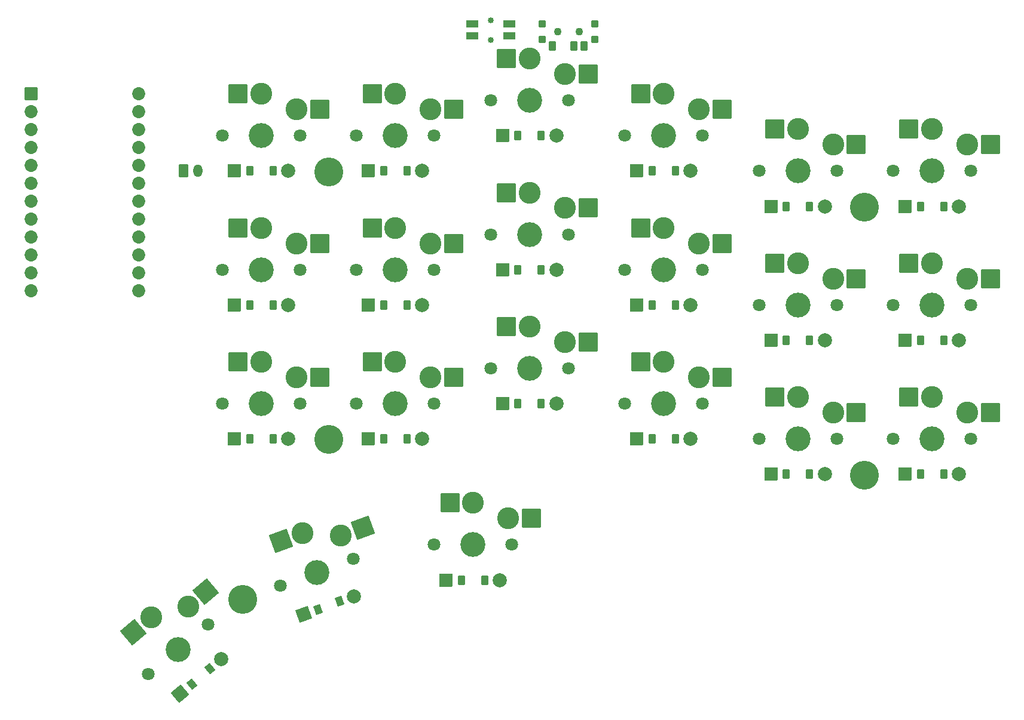
<source format=gbr>
%TF.GenerationSoftware,KiCad,Pcbnew,9.0.3*%
%TF.CreationDate,2025-09-27T17:44:53-06:00*%
%TF.ProjectId,right_connected,72696768-745f-4636-9f6e-6e6563746564,v1.0.0*%
%TF.SameCoordinates,Original*%
%TF.FileFunction,Soldermask,Bot*%
%TF.FilePolarity,Negative*%
%FSLAX46Y46*%
G04 Gerber Fmt 4.6, Leading zero omitted, Abs format (unit mm)*
G04 Created by KiCad (PCBNEW 9.0.3) date 2025-09-27 17:44:53*
%MOMM*%
%LPD*%
G01*
G04 APERTURE LIST*
G04 Aperture macros list*
%AMRoundRect*
0 Rectangle with rounded corners*
0 $1 Rounding radius*
0 $2 $3 $4 $5 $6 $7 $8 $9 X,Y pos of 4 corners*
0 Add a 4 corners polygon primitive as box body*
4,1,4,$2,$3,$4,$5,$6,$7,$8,$9,$2,$3,0*
0 Add four circle primitives for the rounded corners*
1,1,$1+$1,$2,$3*
1,1,$1+$1,$4,$5*
1,1,$1+$1,$6,$7*
1,1,$1+$1,$8,$9*
0 Add four rect primitives between the rounded corners*
20,1,$1+$1,$2,$3,$4,$5,0*
20,1,$1+$1,$4,$5,$6,$7,0*
20,1,$1+$1,$6,$7,$8,$9,0*
20,1,$1+$1,$8,$9,$2,$3,0*%
G04 Aperture macros list end*
%ADD10RoundRect,0.050000X-0.450000X-0.450000X0.450000X-0.450000X0.450000X0.450000X-0.450000X0.450000X0*%
%ADD11C,1.100000*%
%ADD12RoundRect,0.050000X-0.450000X-0.625000X0.450000X-0.625000X0.450000X0.625000X-0.450000X0.625000X0*%
%ADD13C,1.801800*%
%ADD14C,3.100000*%
%ADD15C,3.529000*%
%ADD16RoundRect,0.050000X-1.300000X-1.300000X1.300000X-1.300000X1.300000X1.300000X-1.300000X1.300000X0*%
%ADD17RoundRect,0.050000X-0.889000X-0.889000X0.889000X-0.889000X0.889000X0.889000X-0.889000X0.889000X0*%
%ADD18RoundRect,0.050000X-0.450000X-0.600000X0.450000X-0.600000X0.450000X0.600000X-0.450000X0.600000X0*%
%ADD19C,2.005000*%
%ADD20C,4.100000*%
%ADD21RoundRect,0.050000X-0.776974X-1.666227X1.666227X-0.776974X0.776974X1.666227X-1.666227X0.776974X0*%
%ADD22C,0.850000*%
%ADD23RoundRect,0.050000X-0.775000X-0.500000X0.775000X-0.500000X0.775000X0.500000X-0.775000X0.500000X0*%
%ADD24RoundRect,0.050000X-0.600000X-0.850000X0.600000X-0.850000X0.600000X0.850000X-0.600000X0.850000X0*%
%ADD25O,1.300000X1.800000*%
%ADD26RoundRect,0.050000X-0.531331X-1.139443X1.139443X-0.531331X0.531331X1.139443X-1.139443X0.531331X0*%
%ADD27RoundRect,0.050000X-0.217650X-0.717725X0.628074X-0.409907X0.217650X0.717725X-0.628074X0.409907X0*%
%ADD28RoundRect,0.050000X-0.109575X-1.252452X1.252452X-0.109575X0.109575X1.252452X-1.252452X0.109575X0*%
%ADD29RoundRect,0.050000X0.040953X-0.748881X0.730393X-0.170372X-0.040953X0.748881X-0.730393X0.170372X0*%
%ADD30RoundRect,0.050000X-0.876300X0.876300X-0.876300X-0.876300X0.876300X-0.876300X0.876300X0.876300X0*%
%ADD31C,1.852600*%
%ADD32RoundRect,0.050000X-0.160234X-1.831482X1.831482X-0.160234X0.160234X1.831482X-1.831482X0.160234X0*%
G04 APERTURE END LIST*
D10*
%TO.C,T1*%
X314800000Y-41100000D03*
X314800000Y-43300000D03*
D11*
X317000000Y-42200000D03*
X320000000Y-42200000D03*
D10*
X322200000Y-41100000D03*
X322200000Y-43300000D03*
D12*
X316250000Y-44275000D03*
X319250000Y-44275000D03*
X320750000Y-44275000D03*
%TD*%
D13*
%TO.C,S19*%
X299500000Y-115000000D03*
D14*
X305000000Y-109050000D03*
D15*
X305000000Y-115000000D03*
D14*
X310000000Y-111250000D03*
D13*
X310500000Y-115000000D03*
D16*
X301725000Y-109050000D03*
X313275000Y-111250000D03*
%TD*%
D13*
%TO.C,S18*%
X269500000Y-57000000D03*
D14*
X275000000Y-51050000D03*
D15*
X275000000Y-57000000D03*
D14*
X280000000Y-53250000D03*
D13*
X280500000Y-57000000D03*
D16*
X271725000Y-51050000D03*
X283275000Y-53250000D03*
%TD*%
D17*
%TO.C,D14*%
X290190000Y-81000000D03*
D18*
X292350000Y-81000000D03*
X295650000Y-81000000D03*
D19*
X297810000Y-81000000D03*
%TD*%
D13*
%TO.C,S5*%
X345500000Y-81000000D03*
D14*
X351000000Y-75050000D03*
D15*
X351000000Y-81000000D03*
D14*
X356000000Y-77250000D03*
D13*
X356500000Y-81000000D03*
D16*
X347725000Y-75050000D03*
X359275000Y-77250000D03*
%TD*%
D20*
%TO.C,*%
X360460000Y-67100000D03*
%TD*%
D13*
%TO.C,S4*%
X345500000Y-100000000D03*
D14*
X351000000Y-94050000D03*
D15*
X351000000Y-100000000D03*
D14*
X356000000Y-96250000D03*
D13*
X356500000Y-100000000D03*
D16*
X347725000Y-94050000D03*
X359275000Y-96250000D03*
%TD*%
D13*
%TO.C,S15*%
X288500000Y-57000000D03*
D14*
X294000000Y-51050000D03*
D15*
X294000000Y-57000000D03*
D14*
X299000000Y-53250000D03*
D13*
X299500000Y-57000000D03*
D16*
X290725000Y-51050000D03*
X302275000Y-53250000D03*
%TD*%
D17*
%TO.C,D1*%
X366190000Y-105000000D03*
D18*
X368350000Y-105000000D03*
X371650000Y-105000000D03*
D19*
X373810000Y-105000000D03*
%TD*%
D17*
%TO.C,D9*%
X328190000Y-62000000D03*
D18*
X330350000Y-62000000D03*
X333650000Y-62000000D03*
D19*
X335810000Y-62000000D03*
%TD*%
D13*
%TO.C,S20*%
X277698604Y-120783772D03*
D14*
X280831893Y-113311490D03*
D15*
X282866913Y-118902661D03*
D14*
X286282801Y-113668713D03*
D13*
X288035222Y-117021550D03*
D21*
X277754400Y-114431606D03*
X289360294Y-112548597D03*
%TD*%
D17*
%TO.C,D3*%
X366190000Y-67000000D03*
D18*
X368350000Y-67000000D03*
X371650000Y-67000000D03*
D19*
X373810000Y-67000000D03*
%TD*%
D17*
%TO.C,D15*%
X290190000Y-62000000D03*
D18*
X292350000Y-62000000D03*
X295650000Y-62000000D03*
D19*
X297810000Y-62000000D03*
%TD*%
D17*
%TO.C,D6*%
X347190000Y-67000000D03*
D18*
X349350000Y-67000000D03*
X352650000Y-67000000D03*
D19*
X354810000Y-67000000D03*
%TD*%
D13*
%TO.C,S13*%
X288500000Y-95000000D03*
D14*
X294000000Y-89050000D03*
D15*
X294000000Y-95000000D03*
D14*
X299000000Y-91250000D03*
D13*
X299500000Y-95000000D03*
D16*
X290725000Y-89050000D03*
X302275000Y-91250000D03*
%TD*%
D20*
%TO.C,*%
X284540000Y-62100000D03*
%TD*%
D17*
%TO.C,D7*%
X328190000Y-100000000D03*
D18*
X330350000Y-100000000D03*
X333650000Y-100000000D03*
D19*
X335810000Y-100000000D03*
%TD*%
D17*
%TO.C,D17*%
X271190000Y-81000000D03*
D18*
X273350000Y-81000000D03*
X276650000Y-81000000D03*
D19*
X278810000Y-81000000D03*
%TD*%
D13*
%TO.C,S10*%
X307500000Y-90000000D03*
D14*
X313000000Y-84050000D03*
D15*
X313000000Y-90000000D03*
D14*
X318000000Y-86250000D03*
D13*
X318500000Y-90000000D03*
D16*
X309725000Y-84050000D03*
X321275000Y-86250000D03*
%TD*%
D22*
%TO.C,B1*%
X307500000Y-40625000D03*
X307500000Y-43375000D03*
D23*
X304875000Y-41150000D03*
X310125000Y-41150000D03*
X304875000Y-42850000D03*
X310125000Y-42850000D03*
%TD*%
D17*
%TO.C,D11*%
X309190000Y-76000000D03*
D18*
X311350000Y-76000000D03*
X314650000Y-76000000D03*
D19*
X316810000Y-76000000D03*
%TD*%
D17*
%TO.C,D18*%
X271190000Y-62000000D03*
D18*
X273350000Y-62000000D03*
X276650000Y-62000000D03*
D19*
X278810000Y-62000000D03*
%TD*%
D24*
%TO.C,JST1*%
X264000000Y-62000000D03*
D25*
X266000000Y-62000000D03*
%TD*%
D17*
%TO.C,D2*%
X366190000Y-86000000D03*
D18*
X368350000Y-86000000D03*
X371650000Y-86000000D03*
D19*
X373810000Y-86000000D03*
%TD*%
D13*
%TO.C,S3*%
X364500000Y-62000000D03*
D14*
X370000000Y-56050000D03*
D15*
X370000000Y-62000000D03*
D14*
X375000000Y-58250000D03*
D13*
X375500000Y-62000000D03*
D16*
X366725000Y-56050000D03*
X378275000Y-58250000D03*
%TD*%
D26*
%TO.C,D20*%
X280996784Y-124904221D03*
D27*
X283026520Y-124165457D03*
X286127506Y-123036791D03*
D19*
X288157242Y-122298027D03*
%TD*%
D17*
%TO.C,D4*%
X347190000Y-105000000D03*
D18*
X349350000Y-105000000D03*
X352650000Y-105000000D03*
D19*
X354810000Y-105000000D03*
%TD*%
D13*
%TO.C,S7*%
X326500000Y-95000000D03*
D14*
X332000000Y-89050000D03*
D15*
X332000000Y-95000000D03*
D14*
X337000000Y-91250000D03*
D13*
X337500000Y-95000000D03*
D16*
X328725000Y-89050000D03*
X340275000Y-91250000D03*
%TD*%
D17*
%TO.C,D5*%
X347190000Y-86000000D03*
D18*
X349350000Y-86000000D03*
X352650000Y-86000000D03*
D19*
X354810000Y-86000000D03*
%TD*%
D13*
%TO.C,S6*%
X345500000Y-62000000D03*
D14*
X351000000Y-56050000D03*
D15*
X351000000Y-62000000D03*
D14*
X356000000Y-58250000D03*
D13*
X356500000Y-62000000D03*
D16*
X347725000Y-56050000D03*
X359275000Y-58250000D03*
%TD*%
D20*
%TO.C,*%
X360460000Y-105100000D03*
%TD*%
D17*
%TO.C,D8*%
X328190000Y-81000000D03*
D18*
X330350000Y-81000000D03*
X333650000Y-81000000D03*
D19*
X335810000Y-81000000D03*
%TD*%
D28*
%TO.C,D21*%
X263525063Y-136118399D03*
D29*
X265179719Y-134729978D03*
X267707665Y-132608778D03*
D19*
X269362321Y-131220357D03*
%TD*%
D20*
%TO.C,*%
X272379943Y-122719605D03*
%TD*%
D17*
%TO.C,D10*%
X309190000Y-95000000D03*
D18*
X311350000Y-95000000D03*
X314650000Y-95000000D03*
D19*
X316810000Y-95000000D03*
%TD*%
D30*
%TO.C,MCU1*%
X242380000Y-51030000D03*
D31*
X242380000Y-53570000D03*
X242380000Y-56110000D03*
X242380000Y-58650000D03*
X242380000Y-61190000D03*
X242380000Y-63730000D03*
X242380000Y-66270000D03*
X242380000Y-68810000D03*
X242380000Y-71350000D03*
X242380000Y-73890000D03*
X242380000Y-76430000D03*
X242380000Y-78970000D03*
X257620000Y-51030000D03*
X257620000Y-53570000D03*
X257620000Y-56110000D03*
X257620000Y-58650000D03*
X257620000Y-61190000D03*
X257620000Y-63730000D03*
X257620000Y-66270000D03*
X257620000Y-68810000D03*
X257620000Y-71350000D03*
X257620000Y-73890000D03*
X257620000Y-76430000D03*
X257620000Y-78970000D03*
%TD*%
D13*
%TO.C,S2*%
X364500000Y-81000000D03*
D14*
X370000000Y-75050000D03*
D15*
X370000000Y-81000000D03*
D14*
X375000000Y-77250000D03*
D13*
X375500000Y-81000000D03*
D16*
X366725000Y-75050000D03*
X378275000Y-77250000D03*
%TD*%
D20*
%TO.C,*%
X284540000Y-100100000D03*
%TD*%
D13*
%TO.C,S14*%
X288500000Y-76000000D03*
D14*
X294000000Y-70050000D03*
D15*
X294000000Y-76000000D03*
D14*
X299000000Y-72250000D03*
D13*
X299500000Y-76000000D03*
D16*
X290725000Y-70050000D03*
X302275000Y-72250000D03*
%TD*%
D13*
%TO.C,S1*%
X364500000Y-100000000D03*
D14*
X370000000Y-94050000D03*
D15*
X370000000Y-100000000D03*
D14*
X375000000Y-96250000D03*
D13*
X375500000Y-100000000D03*
D16*
X366725000Y-94050000D03*
X378275000Y-96250000D03*
%TD*%
D13*
%TO.C,S12*%
X307500000Y-52000000D03*
D14*
X313000000Y-46050000D03*
D15*
X313000000Y-52000000D03*
D14*
X318000000Y-48250000D03*
D13*
X318500000Y-52000000D03*
D16*
X309725000Y-46050000D03*
X321275000Y-48250000D03*
%TD*%
D13*
%TO.C,S9*%
X326500000Y-57000000D03*
D14*
X332000000Y-51050000D03*
D15*
X332000000Y-57000000D03*
D14*
X337000000Y-53250000D03*
D13*
X337500000Y-57000000D03*
D16*
X328725000Y-51050000D03*
X340275000Y-53250000D03*
%TD*%
D13*
%TO.C,S17*%
X269500000Y-76000000D03*
D14*
X275000000Y-70050000D03*
D15*
X275000000Y-76000000D03*
D14*
X280000000Y-72250000D03*
D13*
X280500000Y-76000000D03*
D16*
X271725000Y-70050000D03*
X283275000Y-72250000D03*
%TD*%
D13*
%TO.C,S21*%
X259016510Y-133374488D03*
D14*
X259405168Y-125281192D03*
D15*
X263229754Y-129839156D03*
D14*
X264649523Y-123752551D03*
D13*
X267442998Y-126303824D03*
D32*
X256896372Y-127386321D03*
X267158318Y-121647422D03*
%TD*%
D17*
%TO.C,D16*%
X271190000Y-100000000D03*
D18*
X273350000Y-100000000D03*
X276650000Y-100000000D03*
D19*
X278810000Y-100000000D03*
%TD*%
D17*
%TO.C,D12*%
X309190000Y-57000000D03*
D18*
X311350000Y-57000000D03*
X314650000Y-57000000D03*
D19*
X316810000Y-57000000D03*
%TD*%
D17*
%TO.C,D19*%
X301190000Y-120000000D03*
D18*
X303350000Y-120000000D03*
X306650000Y-120000000D03*
D19*
X308810000Y-120000000D03*
%TD*%
D13*
%TO.C,S16*%
X269500000Y-95000000D03*
D14*
X275000000Y-89050000D03*
D15*
X275000000Y-95000000D03*
D14*
X280000000Y-91250000D03*
D13*
X280500000Y-95000000D03*
D16*
X271725000Y-89050000D03*
X283275000Y-91250000D03*
%TD*%
D13*
%TO.C,S8*%
X326500000Y-76000000D03*
D14*
X332000000Y-70050000D03*
D15*
X332000000Y-76000000D03*
D14*
X337000000Y-72250000D03*
D13*
X337500000Y-76000000D03*
D16*
X328725000Y-70050000D03*
X340275000Y-72250000D03*
%TD*%
D17*
%TO.C,D13*%
X290190000Y-100000000D03*
D18*
X292350000Y-100000000D03*
X295650000Y-100000000D03*
D19*
X297810000Y-100000000D03*
%TD*%
D13*
%TO.C,S11*%
X307500000Y-71000000D03*
D14*
X313000000Y-65050000D03*
D15*
X313000000Y-71000000D03*
D14*
X318000000Y-67250000D03*
D13*
X318500000Y-71000000D03*
D16*
X309725000Y-65050000D03*
X321275000Y-67250000D03*
%TD*%
M02*

</source>
